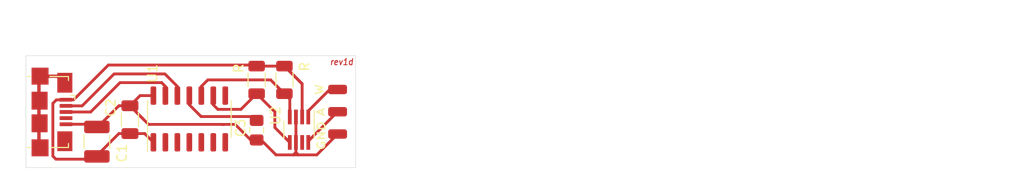
<source format=kicad_pcb>
(kicad_pcb (version 20171130) (host pcbnew "(5.1.10)-1")

  (general
    (thickness 1.6)
    (drawings 8)
    (tracks 92)
    (zones 0)
    (modules 11)
    (nets 20)
  )

  (page A4)
  (layers
    (0 F.Cu signal)
    (31 B.Cu signal)
    (32 B.Adhes user)
    (33 F.Adhes user)
    (34 B.Paste user)
    (35 F.Paste user)
    (36 B.SilkS user)
    (37 F.SilkS user)
    (38 B.Mask user)
    (39 F.Mask user hide)
    (40 Dwgs.User user)
    (41 Cmts.User user)
    (42 Eco1.User user)
    (43 Eco2.User user)
    (44 Edge.Cuts user)
    (45 Margin user)
    (46 B.CrtYd user)
    (47 F.CrtYd user)
    (48 B.Fab user)
    (49 F.Fab user)
  )

  (setup
    (last_trace_width 0.3)
    (user_trace_width 0.32)
    (user_trace_width 0.36)
    (trace_clearance 0.25)
    (zone_clearance 0.75)
    (zone_45_only no)
    (trace_min 0.2)
    (via_size 0.8)
    (via_drill 0.4)
    (via_min_size 0.4)
    (via_min_drill 0.3)
    (uvia_size 0.3)
    (uvia_drill 0.1)
    (uvias_allowed no)
    (uvia_min_size 0.2)
    (uvia_min_drill 0.1)
    (edge_width 0.05)
    (segment_width 0.2)
    (pcb_text_width 0.3)
    (pcb_text_size 1.5 1.5)
    (mod_edge_width 0.12)
    (mod_text_size 1 1)
    (mod_text_width 0.15)
    (pad_size 1 2)
    (pad_drill 0)
    (pad_to_mask_clearance 0)
    (aux_axis_origin 0 0)
    (visible_elements 7FFFFFFF)
    (pcbplotparams
      (layerselection 0x00000_7fffffff)
      (usegerberextensions false)
      (usegerberattributes true)
      (usegerberadvancedattributes true)
      (creategerberjobfile true)
      (excludeedgelayer false)
      (linewidth 0.100000)
      (plotframeref false)
      (viasonmask false)
      (mode 1)
      (useauxorigin false)
      (hpglpennumber 1)
      (hpglpenspeed 20)
      (hpglpendiameter 15.000000)
      (psnegative false)
      (psa4output false)
      (plotreference false)
      (plotvalue false)
      (plotinvisibletext false)
      (padsonsilk true)
      (subtractmaskfromsilk false)
      (outputformat 5)
      (mirror true)
      (drillshape 1)
      (scaleselection 1)
      (outputdirectory "./"))
  )

  (net 0 "")
  (net 1 "Net-(C3-Pad1)")
  (net 2 "Net-(J2-Pad1)")
  (net 3 "Net-(R3-Pad2)")
  (net 4 "Net-(R4-Pad2)")
  (net 5 "Net-(U1-Pad8)")
  (net 6 "Net-(U1-Pad7)")
  (net 7 "Net-(U1-Pad6)")
  (net 8 "Net-(U1-Pad5)")
  (net 9 "Net-(U1-Pad4)")
  (net 10 "Net-(U1-Pad3)")
  (net 11 "Net-(U1-Pad2)")
  (net 12 "Net-(U2-Pad7)")
  (net 13 "Net-(J1-Pad2)")
  (net 14 "Net-(J1-Pad3)")
  (net 15 GND)
  (net 16 +5V)
  (net 17 "Net-(J1-Pad6)")
  (net 18 "Net-(J1-Pad4)")
  (net 19 "Net-(J3-Pad1)")

  (net_class Default "This is the default net class."
    (clearance 0.25)
    (trace_width 0.3)
    (via_dia 0.8)
    (via_drill 0.4)
    (uvia_dia 0.3)
    (uvia_drill 0.1)
    (add_net +5V)
    (add_net GND)
    (add_net "Net-(C3-Pad1)")
    (add_net "Net-(J1-Pad2)")
    (add_net "Net-(J1-Pad3)")
    (add_net "Net-(J1-Pad4)")
    (add_net "Net-(J1-Pad6)")
    (add_net "Net-(J2-Pad1)")
    (add_net "Net-(J3-Pad1)")
    (add_net "Net-(R3-Pad2)")
    (add_net "Net-(R4-Pad2)")
    (add_net "Net-(U1-Pad2)")
    (add_net "Net-(U1-Pad3)")
    (add_net "Net-(U1-Pad4)")
    (add_net "Net-(U1-Pad5)")
    (add_net "Net-(U1-Pad6)")
    (add_net "Net-(U1-Pad7)")
    (add_net "Net-(U1-Pad8)")
    (add_net "Net-(U2-Pad7)")
  )

  (module 2221-5245:USB_Micro-B_Amphenol_10118192_Horizontal (layer F.Cu) (tedit 6181D781) (tstamp 6148697A)
    (at 39.2176 41.7322 270)
    (descr "USB Micro-B receptacle, horizontal, SMD, 10118194, https://cdn.amphenol-icc.com/media/wysiwyg/files/drawing/10118194.pdf")
    (tags "USB Micro B horizontal SMD")
    (path /613E51B0)
    (attr smd)
    (fp_text reference J1 (at -5.091866 -3.5 90) (layer F.SilkS) hide
      (effects (font (size 1 1) (thickness 0.15)))
    )
    (fp_text value USB-micro-B-8192 (at 0 4.75 90) (layer F.Fab)
      (effects (font (size 1 1) (thickness 0.15)))
    )
    (fp_line (start -2.65 -1.55) (end 3.65 -1.55) (layer F.Fab) (width 0.1))
    (fp_line (start 3.65 -1.55) (end 3.65 3.45) (layer F.Fab) (width 0.1))
    (fp_line (start 3.65 3.45) (end -3.65 3.45) (layer F.Fab) (width 0.1))
    (fp_line (start -3.65 3.45) (end -3.65 -0.55) (layer F.Fab) (width 0.1))
    (fp_line (start 3.76 0.32) (end 3.76 -1.66) (layer F.SilkS) (width 0.12))
    (fp_line (start 3.76 -1.66) (end 3.34 -1.66) (layer F.SilkS) (width 0.12))
    (fp_line (start 3.76 2.29) (end 3.76 2.69) (layer F.SilkS) (width 0.12))
    (fp_line (start -3.76 2.69) (end -3.76 2.29) (layer F.SilkS) (width 0.12))
    (fp_line (start -3.76 0.32) (end -3.76 -1.66) (layer F.SilkS) (width 0.12))
    (fp_line (start -3.76 -1.66) (end -3.34 -1.66) (layer F.SilkS) (width 0.12))
    (fp_line (start 3 2.75) (end -3 2.75) (layer Dwgs.User) (width 0.1))
    (fp_line (start -4.45 3.95) (end 4.45 3.95) (layer F.CrtYd) (width 0.05))
    (fp_line (start -4.45 -2.58) (end 4.45 -2.58) (layer F.CrtYd) (width 0.05))
    (fp_line (start -4.45 -2.58) (end -4.45 3.95) (layer F.CrtYd) (width 0.05))
    (fp_line (start 4.45 -2.58) (end 4.45 3.95) (layer F.CrtYd) (width 0.05))
    (fp_line (start -1.31 -2.34) (end -1.76 -2.34) (layer F.SilkS) (width 0.12))
    (fp_line (start -1.76 -1.89) (end -1.76 -2.34) (layer F.SilkS) (width 0.12))
    (fp_line (start -3.65 -0.55) (end -2.65 -1.55) (layer F.Fab) (width 0.1))
    (fp_text user %R (at 0 -0.05 90) (layer F.Fab)
      (effects (font (size 1 1) (thickness 0.15)))
    )
    (fp_text user "PCB Edge" (at 0 2.75 90) (layer Dwgs.User)
      (effects (font (size 0.5 0.5) (thickness 0.08)))
    )
    (pad 1 smd rect (at -1.3 -1.4 270) (size 0.4 1.35) (layers F.Cu F.Paste F.Mask)
      (net 16 +5V))
    (pad 2 smd rect (at -0.65 -1.4 270) (size 0.4 1.35) (layers F.Cu F.Paste F.Mask)
      (net 13 "Net-(J1-Pad2)"))
    (pad 3 smd rect (at 0 -1.4 270) (size 0.4 1.35) (layers F.Cu F.Paste F.Mask)
      (net 14 "Net-(J1-Pad3)"))
    (pad 4 smd rect (at 0.65 -1.4 270) (size 0.4 1.35) (layers F.Cu F.Paste)
      (net 18 "Net-(J1-Pad4)"))
    (pad 5 smd rect (at 1.3 -1.4 270) (size 0.4 1.35) (layers F.Cu F.Paste F.Mask)
      (net 15 GND))
    (pad 6 smd rect (at -1.2 1.4 270) (size 1.9 1.7) (layers F.Cu F.Paste F.Mask)
      (net 17 "Net-(J1-Pad6)"))
    (pad 6 smd rect (at 1.2 1.4 270) (size 1.9 1.7) (layers F.Cu F.Paste F.Mask)
      (net 17 "Net-(J1-Pad6)"))
    (pad 6 smd rect (at -3.8 1.35 270) (size 1.8 1.8) (layers F.Cu F.Paste F.Mask)
      (net 17 "Net-(J1-Pad6)"))
    (pad 6 smd rect (at 3.8 1.35 270) (size 1.8 1.8) (layers F.Cu F.Paste F.Mask)
      (net 17 "Net-(J1-Pad6)"))
    (pad 6 smd rect (at 3.1 -1.275 270) (size 2.1 1.6) (layers F.Cu F.Paste F.Mask)
      (net 17 "Net-(J1-Pad6)"))
    (pad 6 smd rect (at -3.1 -1.275 270) (size 2.1 1.6) (layers F.Cu F.Paste F.Mask)
      (net 17 "Net-(J1-Pad6)"))
    (model ${KISYS3DMOD}/Connector_USB.3dshapes/USB_Micro-B_Amphenol_10118194_Horizontal.wrl
      (at (xyz 0 0 0))
      (scale (xyz 1 1 1))
      (rotate (xyz 0 0 0))
    )
  )

  (module Capacitor_SMD:C_0805_2012Metric_Pad1.18x1.45mm_HandSolder (layer F.Cu) (tedit 5F68FEEF) (tstamp 613EAEE9)
    (at 60.833 43.6626 270)
    (descr "Capacitor SMD 0805 (2012 Metric), square (rectangular) end terminal, IPC_7351 nominal with elongated pad for handsoldering. (Body size source: IPC-SM-782 page 76, https://www.pcb-3d.com/wordpress/wp-content/uploads/ipc-sm-782a_amendment_1_and_2.pdf, https://docs.google.com/spreadsheets/d/1BsfQQcO9C6DZCsRaXUlFlo91Tg2WpOkGARC1WS5S8t0/edit?usp=sharing), generated with kicad-footprint-generator")
    (tags "capacitor handsolder")
    (path /61400C66)
    (attr smd)
    (fp_text reference C3 (at -0.2388 1.7018 90) (layer F.SilkS)
      (effects (font (size 1 1) (thickness 0.15)))
    )
    (fp_text value 0.33uF (at 2.5298 0.3556 180) (layer F.Fab)
      (effects (font (size 0.6 0.6) (thickness 0.1)))
    )
    (fp_line (start 1.88 0.98) (end -1.88 0.98) (layer F.CrtYd) (width 0.05))
    (fp_line (start 1.88 -0.98) (end 1.88 0.98) (layer F.CrtYd) (width 0.05))
    (fp_line (start -1.88 -0.98) (end 1.88 -0.98) (layer F.CrtYd) (width 0.05))
    (fp_line (start -1.88 0.98) (end -1.88 -0.98) (layer F.CrtYd) (width 0.05))
    (fp_line (start -0.261252 0.735) (end 0.261252 0.735) (layer F.SilkS) (width 0.12))
    (fp_line (start -0.261252 -0.735) (end 0.261252 -0.735) (layer F.SilkS) (width 0.12))
    (fp_line (start 1 0.625) (end -1 0.625) (layer F.Fab) (width 0.1))
    (fp_line (start 1 -0.625) (end 1 0.625) (layer F.Fab) (width 0.1))
    (fp_line (start -1 -0.625) (end 1 -0.625) (layer F.Fab) (width 0.1))
    (fp_line (start -1 0.625) (end -1 -0.625) (layer F.Fab) (width 0.1))
    (fp_text user %R (at 0 0 90) (layer F.Fab)
      (effects (font (size 0.8 0.8) (thickness 0.12)))
    )
    (pad 2 smd roundrect (at 1.0375 0 270) (size 1.175 1.45) (layers F.Cu F.Paste F.Mask) (roundrect_rratio 0.212766)
      (net 15 GND))
    (pad 1 smd roundrect (at -1.0375 0 270) (size 1.175 1.45) (layers F.Cu F.Paste F.Mask) (roundrect_rratio 0.212766)
      (net 1 "Net-(C3-Pad1)"))
    (model ${KISYS3DMOD}/Capacitor_SMD.3dshapes/C_0805_2012Metric.wrl
      (at (xyz 0 0 0))
      (scale (xyz 1 1 1))
      (rotate (xyz 0 0 0))
    )
  )

  (module Capacitor_SMD:C_1210_3225Metric_Pad1.33x2.70mm_HandSolder (layer F.Cu) (tedit 5F68FEEF) (tstamp 6142F145)
    (at 43.8912 44.88 90)
    (descr "Capacitor SMD 1210 (3225 Metric), square (rectangular) end terminal, IPC_7351 nominal with elongated pad for handsoldering. (Body size source: IPC-SM-782 page 76, https://www.pcb-3d.com/wordpress/wp-content/uploads/ipc-sm-782a_amendment_1_and_2.pdf), generated with kicad-footprint-generator")
    (tags "capacitor handsolder")
    (path /61403F88)
    (attr smd)
    (fp_text reference C1 (at -1.221 2.667 90) (layer F.SilkS)
      (effects (font (size 1 1) (thickness 0.15)))
    )
    (fp_text value 10uF (at -3.2022 0.0508 180) (layer F.Fab)
      (effects (font (size 0.6 0.6) (thickness 0.1)))
    )
    (fp_line (start 2.48 1.6) (end -2.48 1.6) (layer F.CrtYd) (width 0.05))
    (fp_line (start 2.48 -1.6) (end 2.48 1.6) (layer F.CrtYd) (width 0.05))
    (fp_line (start -2.48 -1.6) (end 2.48 -1.6) (layer F.CrtYd) (width 0.05))
    (fp_line (start -2.48 1.6) (end -2.48 -1.6) (layer F.CrtYd) (width 0.05))
    (fp_line (start -0.711252 1.36) (end 0.711252 1.36) (layer F.SilkS) (width 0.12))
    (fp_line (start -0.711252 -1.36) (end 0.711252 -1.36) (layer F.SilkS) (width 0.12))
    (fp_line (start 1.6 1.25) (end -1.6 1.25) (layer F.Fab) (width 0.1))
    (fp_line (start 1.6 -1.25) (end 1.6 1.25) (layer F.Fab) (width 0.1))
    (fp_line (start -1.6 -1.25) (end 1.6 -1.25) (layer F.Fab) (width 0.1))
    (fp_line (start -1.6 1.25) (end -1.6 -1.25) (layer F.Fab) (width 0.1))
    (fp_text user %R (at 0 0 90) (layer F.Fab)
      (effects (font (size 0.88 0.88) (thickness 0.13)))
    )
    (pad 2 smd roundrect (at 1.5625 0 90) (size 1.325 2.7) (layers F.Cu F.Paste F.Mask) (roundrect_rratio 0.188679)
      (net 15 GND))
    (pad 1 smd roundrect (at -1.5625 0 90) (size 1.325 2.7) (layers F.Cu F.Paste F.Mask) (roundrect_rratio 0.188679)
      (net 16 +5V))
    (model ${KISYS3DMOD}/Capacitor_SMD.3dshapes/C_1210_3225Metric.wrl
      (at (xyz 0 0 0))
      (scale (xyz 1 1 1))
      (rotate (xyz 0 0 0))
    )
  )

  (module Connector_Wire:SolderWirePad_1x01_SMD_1x2mm (layer F.Cu) (tedit 61829EE0) (tstamp 6148788B)
    (at 69.4182 44.069 90)
    (descr "Wire Pad, Square, SMD Pad,  5mm x 10mm,")
    (tags "MesurementPoint Square SMDPad 5mmx10mm ")
    (path /6143CD41)
    (attr virtual)
    (fp_text reference GND (at -0.1778 -1.7272 90) (layer F.SilkS)
      (effects (font (size 0.8 1) (thickness 0.15)))
    )
    (fp_text value GND (at 0 2.54 90) (layer F.Fab)
      (effects (font (size 1 1) (thickness 0.15)))
    )
    (fp_line (start 0.63 -1.27) (end -0.63 -1.27) (layer F.CrtYd) (width 0.05))
    (fp_line (start 0.63 1.27) (end 0.63 -1.27) (layer F.CrtYd) (width 0.05))
    (fp_line (start -0.63 1.27) (end 0.63 1.27) (layer F.CrtYd) (width 0.05))
    (fp_line (start -0.63 -1.27) (end -0.63 1.27) (layer F.CrtYd) (width 0.05))
    (fp_line (start -0.63 -1.27) (end 0.63 -1.27) (layer F.Fab) (width 0.1))
    (fp_line (start 0.63 -1.27) (end 0.63 1.27) (layer F.Fab) (width 0.1))
    (fp_line (start 0.63 1.27) (end -0.63 1.27) (layer F.Fab) (width 0.1))
    (fp_line (start -0.63 1.27) (end -0.63 -1.27) (layer F.Fab) (width 0.1))
    (fp_text user %R (at 0 0 90) (layer F.Fab)
      (effects (font (size 1 1) (thickness 0.15)))
    )
    (pad 1 smd roundrect (at 0 0 90) (size 1 2) (layers F.Cu F.Mask) (roundrect_rratio 0.25)
      (net 15 GND))
  )

  (module Connector_Wire:SolderWirePad_1x01_SMD_1x2mm (layer F.Cu) (tedit 61829EC7) (tstamp 6148501A)
    (at 69.4182 39.3468 90)
    (descr "Wire Pad, Square, SMD Pad,  5mm x 10mm,")
    (tags "MesurementPoint Square SMDPad 5mmx10mm ")
    (path /6143CD41)
    (attr virtual)
    (fp_text reference W (at 0.0022 -1.905 90) (layer F.SilkS)
      (effects (font (size 0.8 1) (thickness 0.15)))
    )
    (fp_text value W (at 0 2.54 90) (layer F.Fab)
      (effects (font (size 1 1) (thickness 0.15)))
    )
    (fp_line (start 0.63 -1.27) (end -0.63 -1.27) (layer F.CrtYd) (width 0.05))
    (fp_line (start 0.63 1.27) (end 0.63 -1.27) (layer F.CrtYd) (width 0.05))
    (fp_line (start -0.63 1.27) (end 0.63 1.27) (layer F.CrtYd) (width 0.05))
    (fp_line (start -0.63 -1.27) (end -0.63 1.27) (layer F.CrtYd) (width 0.05))
    (fp_line (start -0.63 -1.27) (end 0.63 -1.27) (layer F.Fab) (width 0.1))
    (fp_line (start 0.63 -1.27) (end 0.63 1.27) (layer F.Fab) (width 0.1))
    (fp_line (start 0.63 1.27) (end -0.63 1.27) (layer F.Fab) (width 0.1))
    (fp_line (start -0.63 1.27) (end -0.63 -1.27) (layer F.Fab) (width 0.1))
    (fp_text user %R (at 0 0 90) (layer F.Fab)
      (effects (font (size 1 1) (thickness 0.15)))
    )
    (pad 1 smd roundrect (at 0 0 90) (size 1 2) (layers F.Cu F.Mask) (roundrect_rratio 0.25)
      (net 19 "Net-(J3-Pad1)"))
  )

  (module Connector_Wire:SolderWirePad_1x01_SMD_1x2mm (layer F.Cu) (tedit 61829ED9) (tstamp 6148500C)
    (at 69.4182 41.7068 90)
    (descr "Wire Pad, Square, SMD Pad,  5mm x 10mm,")
    (tags "MesurementPoint Square SMDPad 5mmx10mm ")
    (path /6143C70E)
    (attr virtual)
    (fp_text reference A (at -0.0254 -1.778 90) (layer F.SilkS)
      (effects (font (size 0.8 1) (thickness 0.15)))
    )
    (fp_text value A (at 0 2.54 90) (layer F.Fab)
      (effects (font (size 1 1) (thickness 0.15)))
    )
    (fp_line (start 0.63 -1.27) (end -0.63 -1.27) (layer F.CrtYd) (width 0.05))
    (fp_line (start 0.63 1.27) (end 0.63 -1.27) (layer F.CrtYd) (width 0.05))
    (fp_line (start -0.63 1.27) (end 0.63 1.27) (layer F.CrtYd) (width 0.05))
    (fp_line (start -0.63 -1.27) (end -0.63 1.27) (layer F.CrtYd) (width 0.05))
    (fp_line (start -0.63 -1.27) (end 0.63 -1.27) (layer F.Fab) (width 0.1))
    (fp_line (start 0.63 -1.27) (end 0.63 1.27) (layer F.Fab) (width 0.1))
    (fp_line (start 0.63 1.27) (end -0.63 1.27) (layer F.Fab) (width 0.1))
    (fp_line (start -0.63 1.27) (end -0.63 -1.27) (layer F.Fab) (width 0.1))
    (fp_text user %R (at 0 0 90) (layer F.Fab)
      (effects (font (size 1 1) (thickness 0.15)))
    )
    (pad 1 smd roundrect (at -0.0011 0 90) (size 1 2) (layers F.Cu F.Mask) (roundrect_rratio 0.25)
      (net 2 "Net-(J2-Pad1)"))
  )

  (module Capacitor_SMD:C_1206_3216Metric (layer F.Cu) (tedit 5F68FEEE) (tstamp 613EAED8)
    (at 47.3964 42.545 90)
    (descr "Capacitor SMD 1206 (3216 Metric), square (rectangular) end terminal, IPC_7351 nominal, (Body size source: IPC-SM-782 page 76, https://www.pcb-3d.com/wordpress/wp-content/uploads/ipc-sm-782a_amendment_1_and_2.pdf), generated with kicad-footprint-generator")
    (tags capacitor)
    (path /613F5899)
    (attr smd)
    (fp_text reference C2 (at 1.27 -2.032 90) (layer F.SilkS)
      (effects (font (size 1 1) (thickness 0.15)))
    )
    (fp_text value 0.1uF (at 2.8212 -0.3048 180) (layer F.Fab)
      (effects (font (size 0.6 0.6) (thickness 0.1)))
    )
    (fp_line (start 2.3 1.15) (end -2.3 1.15) (layer F.CrtYd) (width 0.05))
    (fp_line (start 2.3 -1.15) (end 2.3 1.15) (layer F.CrtYd) (width 0.05))
    (fp_line (start -2.3 -1.15) (end 2.3 -1.15) (layer F.CrtYd) (width 0.05))
    (fp_line (start -2.3 1.15) (end -2.3 -1.15) (layer F.CrtYd) (width 0.05))
    (fp_line (start -0.711252 0.91) (end 0.711252 0.91) (layer F.SilkS) (width 0.12))
    (fp_line (start -0.711252 -0.91) (end 0.711252 -0.91) (layer F.SilkS) (width 0.12))
    (fp_line (start 1.6 0.8) (end -1.6 0.8) (layer F.Fab) (width 0.1))
    (fp_line (start 1.6 -0.8) (end 1.6 0.8) (layer F.Fab) (width 0.1))
    (fp_line (start -1.6 -0.8) (end 1.6 -0.8) (layer F.Fab) (width 0.1))
    (fp_line (start -1.6 0.8) (end -1.6 -0.8) (layer F.Fab) (width 0.1))
    (fp_text user %R (at 0 0 90) (layer F.Fab)
      (effects (font (size 0.8 0.8) (thickness 0.12)))
    )
    (pad 2 smd roundrect (at 1.475 0 90) (size 1.15 1.8) (layers F.Cu F.Paste F.Mask) (roundrect_rratio 0.2173904347826087)
      (net 15 GND))
    (pad 1 smd roundrect (at -1.475 0 90) (size 1.15 1.8) (layers F.Cu F.Paste F.Mask) (roundrect_rratio 0.2173904347826087)
      (net 16 +5V))
    (model ${KISYS3DMOD}/Capacitor_SMD.3dshapes/C_1206_3216Metric.wrl
      (at (xyz 0 0 0))
      (scale (xyz 1 1 1))
      (rotate (xyz 0 0 0))
    )
  )

  (module Resistor_SMD:R_1206_3216Metric (layer F.Cu) (tedit 5F68FEEE) (tstamp 613EAF3C)
    (at 60.833 38.3286 270)
    (descr "Resistor SMD 1206 (3216 Metric), square (rectangular) end terminal, IPC_7351 nominal, (Body size source: IPC-SM-782 page 72, https://www.pcb-3d.com/wordpress/wp-content/uploads/ipc-sm-782a_amendment_1_and_2.pdf), generated with kicad-footprint-generator")
    (tags resistor)
    (path /613FDECA)
    (attr smd)
    (fp_text reference R (at -1.2192 1.905 90) (layer F.SilkS)
      (effects (font (size 1 1) (thickness 0.15)))
    )
    (fp_text value 3.3k (at -3.2258 -0.1524) (layer F.Fab)
      (effects (font (size 0.6 0.6) (thickness 0.1)))
    )
    (fp_line (start 2.28 1.12) (end -2.28 1.12) (layer F.CrtYd) (width 0.05))
    (fp_line (start 2.28 -1.12) (end 2.28 1.12) (layer F.CrtYd) (width 0.05))
    (fp_line (start -2.28 -1.12) (end 2.28 -1.12) (layer F.CrtYd) (width 0.05))
    (fp_line (start -2.28 1.12) (end -2.28 -1.12) (layer F.CrtYd) (width 0.05))
    (fp_line (start -0.727064 0.91) (end 0.727064 0.91) (layer F.SilkS) (width 0.12))
    (fp_line (start -0.727064 -0.91) (end 0.727064 -0.91) (layer F.SilkS) (width 0.12))
    (fp_line (start 1.6 0.8) (end -1.6 0.8) (layer F.Fab) (width 0.1))
    (fp_line (start 1.6 -0.8) (end 1.6 0.8) (layer F.Fab) (width 0.1))
    (fp_line (start -1.6 -0.8) (end 1.6 -0.8) (layer F.Fab) (width 0.1))
    (fp_line (start -1.6 0.8) (end -1.6 -0.8) (layer F.Fab) (width 0.1))
    (fp_text user %R (at 0 0 90) (layer F.Fab)
      (effects (font (size 0.8 0.8) (thickness 0.12)))
    )
    (pad 2 smd roundrect (at 1.4625 0 270) (size 1.125 1.75) (layers F.Cu F.Paste F.Mask) (roundrect_rratio 0.2222195555555556)
      (net 3 "Net-(R3-Pad2)"))
    (pad 1 smd roundrect (at -1.4625 0 270) (size 1.125 1.75) (layers F.Cu F.Paste F.Mask) (roundrect_rratio 0.2222195555555556)
      (net 16 +5V))
    (model ${KISYS3DMOD}/Resistor_SMD.3dshapes/R_1206_3216Metric.wrl
      (at (xyz 0 0 0))
      (scale (xyz 1 1 1))
      (rotate (xyz 0 0 0))
    )
  )

  (module Resistor_SMD:R_1206_3216Metric (layer F.Cu) (tedit 5F68FEEE) (tstamp 613EAF4D)
    (at 63.7794 38.3286 270)
    (descr "Resistor SMD 1206 (3216 Metric), square (rectangular) end terminal, IPC_7351 nominal, (Body size source: IPC-SM-782 page 72, https://www.pcb-3d.com/wordpress/wp-content/uploads/ipc-sm-782a_amendment_1_and_2.pdf), generated with kicad-footprint-generator")
    (tags resistor)
    (path /613FECAB)
    (attr smd)
    (fp_text reference R (at -1.397 -2.1336 90) (layer F.SilkS)
      (effects (font (size 1 1) (thickness 0.15)))
    )
    (fp_text value 3.3k (at -3.2258 -0.0508) (layer F.Fab)
      (effects (font (size 0.6 0.6) (thickness 0.1)))
    )
    (fp_line (start 2.28 1.12) (end -2.28 1.12) (layer F.CrtYd) (width 0.05))
    (fp_line (start 2.28 -1.12) (end 2.28 1.12) (layer F.CrtYd) (width 0.05))
    (fp_line (start -2.28 -1.12) (end 2.28 -1.12) (layer F.CrtYd) (width 0.05))
    (fp_line (start -2.28 1.12) (end -2.28 -1.12) (layer F.CrtYd) (width 0.05))
    (fp_line (start -0.727064 0.91) (end 0.727064 0.91) (layer F.SilkS) (width 0.12))
    (fp_line (start -0.727064 -0.91) (end 0.727064 -0.91) (layer F.SilkS) (width 0.12))
    (fp_line (start 1.6 0.8) (end -1.6 0.8) (layer F.Fab) (width 0.1))
    (fp_line (start 1.6 -0.8) (end 1.6 0.8) (layer F.Fab) (width 0.1))
    (fp_line (start -1.6 -0.8) (end 1.6 -0.8) (layer F.Fab) (width 0.1))
    (fp_line (start -1.6 0.8) (end -1.6 -0.8) (layer F.Fab) (width 0.1))
    (fp_text user %R (at 0 0 90) (layer F.Fab)
      (effects (font (size 0.8 0.8) (thickness 0.12)))
    )
    (pad 2 smd roundrect (at 1.4625 0 270) (size 1.125 1.75) (layers F.Cu F.Paste F.Mask) (roundrect_rratio 0.2222195555555556)
      (net 4 "Net-(R4-Pad2)"))
    (pad 1 smd roundrect (at -1.4625 0 270) (size 1.125 1.75) (layers F.Cu F.Paste F.Mask) (roundrect_rratio 0.2222195555555556)
      (net 16 +5V))
    (model ${KISYS3DMOD}/Resistor_SMD.3dshapes/R_1206_3216Metric.wrl
      (at (xyz 0 0 0))
      (scale (xyz 1 1 1))
      (rotate (xyz 0 0 0))
    )
  )

  (module Package_SO:SOIC-14_3.9x8.7mm_P1.27mm (layer F.Cu) (tedit 5D9F72B1) (tstamp 613EAF6D)
    (at 53.6956 42.4688 90)
    (descr "SOIC, 14 Pin (JEDEC MS-012AB, https://www.analog.com/media/en/package-pcb-resources/package/pkg_pdf/soic_narrow-r/r_14.pdf), generated with kicad-footprint-generator ipc_gullwing_generator.py")
    (tags "SOIC SO")
    (path /613E494B)
    (attr smd)
    (fp_text reference U1 (at 4.826 -3.9116 90) (layer F.SilkS)
      (effects (font (size 1 1) (thickness 0.15)))
    )
    (fp_text value MCP2221AxSL (at -4.4958 -0.0508 180) (layer F.Fab)
      (effects (font (size 0.6 0.6) (thickness 0.11)))
    )
    (fp_line (start 3.7 -4.58) (end -3.7 -4.58) (layer F.CrtYd) (width 0.05))
    (fp_line (start 3.7 4.58) (end 3.7 -4.58) (layer F.CrtYd) (width 0.05))
    (fp_line (start -3.7 4.58) (end 3.7 4.58) (layer F.CrtYd) (width 0.05))
    (fp_line (start -3.7 -4.58) (end -3.7 4.58) (layer F.CrtYd) (width 0.05))
    (fp_line (start -1.95 -3.35) (end -0.975 -4.325) (layer F.Fab) (width 0.1))
    (fp_line (start -1.95 4.325) (end -1.95 -3.35) (layer F.Fab) (width 0.1))
    (fp_line (start 1.95 4.325) (end -1.95 4.325) (layer F.Fab) (width 0.1))
    (fp_line (start 1.95 -4.325) (end 1.95 4.325) (layer F.Fab) (width 0.1))
    (fp_line (start -0.975 -4.325) (end 1.95 -4.325) (layer F.Fab) (width 0.1))
    (fp_line (start 0 -4.435) (end -3.45 -4.435) (layer F.SilkS) (width 0.12))
    (fp_line (start 0 -4.435) (end 1.95 -4.435) (layer F.SilkS) (width 0.12))
    (fp_line (start 0 4.435) (end -1.95 4.435) (layer F.SilkS) (width 0.12))
    (fp_line (start 0 4.435) (end 1.95 4.435) (layer F.SilkS) (width 0.12))
    (fp_text user %R (at 0 0 90) (layer F.Fab)
      (effects (font (size 0.98 0.98) (thickness 0.15)))
    )
    (pad 14 smd roundrect (at 2.475 -3.81 90) (size 1.95 0.6) (layers F.Cu F.Paste F.Mask) (roundrect_rratio 0.25)
      (net 15 GND))
    (pad 13 smd roundrect (at 2.475 -2.54 90) (size 1.95 0.6) (layers F.Cu F.Paste F.Mask) (roundrect_rratio 0.25)
      (net 14 "Net-(J1-Pad3)"))
    (pad 12 smd roundrect (at 2.475 -1.27 90) (size 1.95 0.6) (layers F.Cu F.Paste F.Mask) (roundrect_rratio 0.25)
      (net 13 "Net-(J1-Pad2)"))
    (pad 11 smd roundrect (at 2.475 0 90) (size 1.95 0.6) (layers F.Cu F.Paste F.Mask) (roundrect_rratio 0.25)
      (net 1 "Net-(C3-Pad1)"))
    (pad 10 smd roundrect (at 2.475 1.27 90) (size 1.95 0.6) (layers F.Cu F.Paste F.Mask) (roundrect_rratio 0.25)
      (net 4 "Net-(R4-Pad2)"))
    (pad 9 smd roundrect (at 2.475 2.54 90) (size 1.95 0.6) (layers F.Cu F.Paste F.Mask) (roundrect_rratio 0.25)
      (net 3 "Net-(R3-Pad2)"))
    (pad 8 smd roundrect (at 2.475 3.81 90) (size 1.95 0.6) (layers F.Cu F.Paste F.Mask) (roundrect_rratio 0.25)
      (net 5 "Net-(U1-Pad8)"))
    (pad 7 smd roundrect (at -2.475 3.81 90) (size 1.95 0.6) (layers F.Cu F.Paste F.Mask) (roundrect_rratio 0.25)
      (net 6 "Net-(U1-Pad7)"))
    (pad 6 smd roundrect (at -2.475 2.54 90) (size 1.95 0.6) (layers F.Cu F.Paste F.Mask) (roundrect_rratio 0.25)
      (net 7 "Net-(U1-Pad6)"))
    (pad 5 smd roundrect (at -2.475 1.27 90) (size 1.95 0.6) (layers F.Cu F.Paste F.Mask) (roundrect_rratio 0.25)
      (net 8 "Net-(U1-Pad5)"))
    (pad 4 smd roundrect (at -2.475 0 90) (size 1.95 0.6) (layers F.Cu F.Paste F.Mask) (roundrect_rratio 0.25)
      (net 9 "Net-(U1-Pad4)"))
    (pad 3 smd roundrect (at -2.475 -1.27 90) (size 1.95 0.6) (layers F.Cu F.Paste F.Mask) (roundrect_rratio 0.25)
      (net 10 "Net-(U1-Pad3)"))
    (pad 2 smd roundrect (at -2.475 -2.54 90) (size 1.95 0.6) (layers F.Cu F.Paste F.Mask) (roundrect_rratio 0.25)
      (net 11 "Net-(U1-Pad2)"))
    (pad 1 smd roundrect (at -2.475 -3.81 90) (size 1.95 0.6) (layers F.Cu F.Paste F.Mask) (roundrect_rratio 0.25)
      (net 16 +5V))
    (model ${KISYS3DMOD}/Package_SO.3dshapes/SOIC-14_3.9x8.7mm_P1.27mm.wrl
      (at (xyz 0 0 0))
      (scale (xyz 1 1 1))
      (rotate (xyz 0 0 0))
    )
  )

  (module Package_TO_SOT_SMD:SOT-23-8_Handsoldering (layer F.Cu) (tedit 5A0AB76C) (tstamp 613EAF85)
    (at 65.3288 43.6118 270)
    (descr "8-pin SOT-23 package, Handsoldering, http://www.analog.com/media/en/package-pcb-resources/package/pkg_pdf/sot-23rj/rj_8.pdf")
    (tags "SOT-23-8 Handsoldering")
    (path /613EC071)
    (attr smd)
    (fp_text reference U2 (at -1.4986 2.4892 90) (layer F.SilkS)
      (effects (font (size 1 1) (thickness 0.15)))
    )
    (fp_text value AD5245 (at 3.0988 -1.4732) (layer F.Fab)
      (effects (font (size 0.6 0.6) (thickness 0.11)))
    )
    (fp_line (start 0.9 -1.55) (end 0.9 1.55) (layer F.Fab) (width 0.1))
    (fp_line (start 0.9 1.55) (end -0.9 1.55) (layer F.Fab) (width 0.1))
    (fp_line (start -0.9 -0.9) (end -0.9 1.55) (layer F.Fab) (width 0.1))
    (fp_line (start 0.9 -1.55) (end -0.25 -1.55) (layer F.Fab) (width 0.1))
    (fp_line (start -0.9 -0.9) (end -0.25 -1.55) (layer F.Fab) (width 0.1))
    (fp_line (start -2.4 -1.8) (end 2.4 -1.8) (layer F.CrtYd) (width 0.05))
    (fp_line (start 2.4 -1.8) (end 2.4 1.8) (layer F.CrtYd) (width 0.05))
    (fp_line (start 2.4 1.8) (end -2.4 1.8) (layer F.CrtYd) (width 0.05))
    (fp_line (start -2.4 1.8) (end -2.4 -1.8) (layer F.CrtYd) (width 0.05))
    (fp_line (start 0.9 -1.61) (end -2.05 -1.61) (layer F.SilkS) (width 0.12))
    (fp_line (start -0.9 1.61) (end 0.9 1.61) (layer F.SilkS) (width 0.12))
    (fp_text user %R (at 0 0) (layer F.Fab)
      (effects (font (size 0.5 0.5) (thickness 0.075)))
    )
    (pad 8 smd rect (at 1.35 -0.98 270) (size 1.56 0.4) (layers F.Cu F.Paste F.Mask)
      (net 2 "Net-(J2-Pad1)"))
    (pad 7 smd rect (at 1.35 -0.33 270) (size 1.56 0.4) (layers F.Cu F.Paste F.Mask)
      (net 12 "Net-(U2-Pad7)"))
    (pad 6 smd rect (at 1.35 0.33 270) (size 1.56 0.4) (layers F.Cu F.Paste F.Mask)
      (net 15 GND))
    (pad 5 smd rect (at 1.35 0.98 270) (size 1.56 0.4) (layers F.Cu F.Paste F.Mask)
      (net 3 "Net-(R3-Pad2)"))
    (pad 4 smd rect (at -1.35 0.98 270) (size 1.56 0.4) (layers F.Cu F.Paste F.Mask)
      (net 4 "Net-(R4-Pad2)"))
    (pad 3 smd rect (at -1.35 0.33 270) (size 1.56 0.4) (layers F.Cu F.Paste F.Mask)
      (net 15 GND))
    (pad 2 smd rect (at -1.35 -0.33 270) (size 1.56 0.4) (layers F.Cu F.Paste F.Mask)
      (net 16 +5V))
    (pad 1 smd rect (at -1.35 -0.98 270) (size 1.56 0.4) (layers F.Cu F.Paste F.Mask)
      (net 19 "Net-(J3-Pad1)"))
    (model ${KISYS3DMOD}/Package_TO_SOT_SMD.3dshapes/SOT-23-8.wrl
      (at (xyz 0 0 0))
      (scale (xyz 1 1 1))
      (rotate (xyz 0 0 0))
    )
  )

  (gr_text "Single-sided version\n1b - first batch to be fabricated\n1c - fixed solder mask on USB connector\n1d - increased cap footprints, small changes to usb connector" (at 82.7786 33.8074) (layer Dwgs.User)
    (effects (font (size 1.2 1.2) (thickness 0.2)) (justify left))
  )
  (dimension 11.8618 (width 0.15) (layer Dwgs.User)
    (gr_text "11,862 mm" (at 77.361927 41.6941 90) (layer Dwgs.User)
      (effects (font (size 1 1) (thickness 0.15)))
    )
    (feature1 (pts (xy 71.3232 35.7632) (xy 76.648348 35.7632)))
    (feature2 (pts (xy 71.3232 47.625) (xy 76.648348 47.625)))
    (crossbar (pts (xy 76.061927 47.625) (xy 76.061927 35.7632)))
    (arrow1a (pts (xy 76.061927 35.7632) (xy 76.648348 36.889704)))
    (arrow1b (pts (xy 76.061927 35.7632) (xy 75.475506 36.889704)))
    (arrow2a (pts (xy 76.061927 47.625) (xy 76.648348 46.498496)))
    (arrow2b (pts (xy 76.061927 47.625) (xy 75.475506 46.498496)))
  )
  (gr_line (start 71.3232 47.625) (end 71.3232 35.7632) (layer Edge.Cuts) (width 0.05))
  (gr_text rev1d (at 71.1454 36.4236) (layer F.Cu)
    (effects (font (size 0.65 0.6) (thickness 0.1) italic) (justify right))
  )
  (gr_line (start 36.3728 47.625) (end 71.3232 47.625) (layer Edge.Cuts) (width 0.05) (tstamp 61424035))
  (gr_line (start 36.3728 35.7632) (end 71.3232 35.7632) (layer Edge.Cuts) (width 0.05) (tstamp 61423C20))
  (dimension 34.9504 (width 0.15) (layer Dwgs.User)
    (gr_text "34,950 mm" (at 53.848 30.6532) (layer Dwgs.User)
      (effects (font (size 1 1) (thickness 0.15)))
    )
    (feature1 (pts (xy 71.3232 35.7632) (xy 71.3232 31.366779)))
    (feature2 (pts (xy 36.3728 35.7632) (xy 36.3728 31.366779)))
    (crossbar (pts (xy 36.3728 31.9532) (xy 71.3232 31.9532)))
    (arrow1a (pts (xy 71.3232 31.9532) (xy 70.196696 32.539621)))
    (arrow1b (pts (xy 71.3232 31.9532) (xy 70.196696 31.366779)))
    (arrow2a (pts (xy 36.3728 31.9532) (xy 37.499304 32.539621)))
    (arrow2b (pts (xy 36.3728 31.9532) (xy 37.499304 31.366779)))
  )
  (gr_line (start 36.3728 35.7632) (end 36.3728 47.625) (layer Edge.Cuts) (width 0.05))

  (segment (start 53.6956 40.370568) (end 53.6956 39.9938) (width 0.25) (layer F.Cu) (net 1) (status 30))
  (segment (start 53.6956 39.9938) (end 53.6956 40.7924) (width 0.355) (layer F.Cu) (net 1) (status 30))
  (segment (start 53.6956 40.9688) (end 54.9416 42.2148) (width 0.3) (layer F.Cu) (net 1))
  (segment (start 53.6956 39.9938) (end 53.6956 40.9688) (width 0.3) (layer F.Cu) (net 1) (status 10))
  (segment (start 60.5497 42.2148) (end 60.833 42.4981) (width 0.3) (layer F.Cu) (net 1) (status 30))
  (segment (start 54.9416 42.2148) (end 60.5497 42.2148) (width 0.3) (layer F.Cu) (net 1) (status 20))
  (segment (start 66.3088 44.9618) (end 66.3088 44.9178) (width 0.3) (layer F.Cu) (net 2) (status 30))
  (segment (start 66.3088 44.9618) (end 66.3088 44.922) (width 0.3) (layer F.Cu) (net 2) (status 30))
  (segment (start 66.3088 44.8173) (end 69.4182 41.7079) (width 0.3) (layer F.Cu) (net 2) (status 30))
  (segment (start 66.3088 44.9618) (end 66.3088 44.8173) (width 0.3) (layer F.Cu) (net 2) (status 30))
  (segment (start 56.2356 39.9938) (end 56.2356 40.9688) (width 0.3) (layer F.Cu) (net 3) (status 10))
  (segment (start 60.833 39.7911) (end 62.7634 41.7215) (width 0.3) (layer F.Cu) (net 3) (status 10))
  (segment (start 59.1713 41.4528) (end 60.833 39.7911) (width 0.3) (layer F.Cu) (net 3) (status 20))
  (segment (start 56.7196 41.4528) (end 59.1713 41.4528) (width 0.3) (layer F.Cu) (net 3))
  (segment (start 56.2356 40.9688) (end 56.7196 41.4528) (width 0.3) (layer F.Cu) (net 3))
  (segment (start 62.7634 43.3764) (end 62.7634 41.7215) (width 0.3) (layer F.Cu) (net 3))
  (segment (start 64.3488 44.9618) (end 62.7634 43.3764) (width 0.3) (layer F.Cu) (net 3) (status 10))
  (segment (start 54.9656 39.9938) (end 54.9656 39.503898) (width 0.355) (layer F.Cu) (net 4) (status 30))
  (segment (start 54.9656 39.9938) (end 54.9656 39.0188) (width 0.3) (layer F.Cu) (net 4) (status 30))
  (segment (start 54.9656 39.0188) (end 55.6558 38.3286) (width 0.3) (layer F.Cu) (net 4) (status 10))
  (segment (start 62.3169 38.3286) (end 63.7794 39.7911) (width 0.3) (layer F.Cu) (net 4) (status 20))
  (segment (start 55.6558 38.3286) (end 62.3169 38.3286) (width 0.3) (layer F.Cu) (net 4))
  (segment (start 64.3488 40.3605) (end 63.7794 39.7911) (width 0.3) (layer F.Cu) (net 4) (status 20))
  (segment (start 64.3488 42.2618) (end 64.3488 40.3605) (width 0.3) (layer F.Cu) (net 4) (status 10))
  (segment (start 52.4256 39.2176) (end 52.4256 39.9938) (width 0.3) (layer F.Cu) (net 13) (status 30))
  (segment (start 51.1004 37.6936) (end 52.4256 39.0188) (width 0.3) (layer F.Cu) (net 13))
  (segment (start 45.72 37.6936) (end 51.1004 37.6936) (width 0.3) (layer F.Cu) (net 13))
  (segment (start 42.3314 41.0822) (end 45.72 37.6936) (width 0.3) (layer F.Cu) (net 13))
  (segment (start 52.4256 39.0188) (end 52.4256 39.9938) (width 0.3) (layer F.Cu) (net 13))
  (segment (start 40.6176 41.0822) (end 42.3314 41.0822) (width 0.3) (layer F.Cu) (net 13))
  (segment (start 50.75559 38.61879) (end 51.1556 39.0188) (width 0.3) (layer F.Cu) (net 14) (status 20))
  (segment (start 46.34421 38.61879) (end 50.75559 38.61879) (width 0.3) (layer F.Cu) (net 14))
  (segment (start 51.1556 39.0188) (end 51.1556 39.9938) (width 0.3) (layer F.Cu) (net 14) (status 30))
  (segment (start 40.6908 41.7322) (end 40.702666 41.744066) (width 0.3) (layer F.Cu) (net 14))
  (segment (start 40.6176 41.7322) (end 40.6908 41.7322) (width 0.3) (layer F.Cu) (net 14))
  (segment (start 43.2308 41.7322) (end 46.34421 38.61879) (width 0.3) (layer F.Cu) (net 14))
  (segment (start 40.6176 41.7322) (end 43.2308 41.7322) (width 0.3) (layer F.Cu) (net 14))
  (segment (start 49.8856 40.484) (end 49.8856 39.9938) (width 0.32) (layer F.Cu) (net 15) (status 30))
  (segment (start 64.9988 46.011802) (end 64.9988 44.9618) (width 0.3) (layer F.Cu) (net 15) (status 20))
  (segment (start 64.731802 46.2788) (end 64.9988 46.011802) (width 0.3) (layer F.Cu) (net 15))
  (segment (start 64.9988 44.9618) (end 64.9988 42.2618) (width 0.3) (layer F.Cu) (net 15) (status 30))
  (segment (start 48.4726 39.9938) (end 47.3964 41.07) (width 0.3) (layer F.Cu) (net 15) (status 20))
  (segment (start 49.8856 39.9938) (end 48.4726 39.9938) (width 0.3) (layer F.Cu) (net 15) (status 10))
  (segment (start 46.2262 41.07) (end 47.3964 41.07) (width 0.3) (layer F.Cu) (net 15) (status 20))
  (segment (start 43.8912 43.405) (end 46.2262 41.07) (width 0.3) (layer F.Cu) (net 15) (status 10))
  (segment (start 43.530266 43.044066) (end 43.8912 43.405) (width 0.3) (layer F.Cu) (net 15) (status 30))
  (segment (start 67.2084 46.2788) (end 69.4182 44.069) (width 0.3) (layer F.Cu) (net 15) (status 20))
  (segment (start 64.9988 46.011802) (end 64.9988 46.0504) (width 0.3) (layer F.Cu) (net 15))
  (segment (start 64.731802 46.2788) (end 65.2526 46.2788) (width 0.3) (layer F.Cu) (net 15))
  (segment (start 64.9988 46.025) (end 65.2526 46.2788) (width 0.3) (layer F.Cu) (net 15))
  (segment (start 64.9988 46.011802) (end 64.9988 46.025) (width 0.3) (layer F.Cu) (net 15))
  (segment (start 65.2526 46.2788) (end 67.2084 46.2788) (width 0.3) (layer F.Cu) (net 15))
  (segment (start 47.3964 41.07) (end 48.8206 42.4942) (width 0.3) (layer F.Cu) (net 15) (status 10))
  (segment (start 57.17051 43.04811) (end 49.37451 43.04811) (width 0.3) (layer F.Cu) (net 15))
  (segment (start 57.362744 43.04811) (end 57.17051 43.04811) (width 0.3) (layer F.Cu) (net 15))
  (segment (start 49.37451 43.04811) (end 47.3964 41.07) (width 0.3) (layer F.Cu) (net 15) (status 20))
  (segment (start 43.6059 43.0322) (end 43.8912 43.3175) (width 0.3) (layer F.Cu) (net 15))
  (segment (start 40.6176 43.0322) (end 43.6059 43.0322) (width 0.3) (layer F.Cu) (net 15))
  (segment (start 60.20388 44.7001) (end 58.55189 43.04811) (width 0.3) (layer F.Cu) (net 15))
  (segment (start 60.833 44.7001) (end 60.20388 44.7001) (width 0.3) (layer F.Cu) (net 15))
  (segment (start 58.55189 43.04811) (end 57.17051 43.04811) (width 0.3) (layer F.Cu) (net 15))
  (segment (start 61.3117 44.7001) (end 62.8904 46.2788) (width 0.3) (layer F.Cu) (net 15))
  (segment (start 60.833 44.7001) (end 61.3117 44.7001) (width 0.3) (layer F.Cu) (net 15))
  (segment (start 62.8904 46.2788) (end 64.731802 46.2788) (width 0.3) (layer F.Cu) (net 15))
  (segment (start 63.7794 36.8661) (end 65.6588 38.7455) (width 0.32) (layer F.Cu) (net 16) (status 10))
  (segment (start 63.7794 36.8661) (end 60.833 36.8661) (width 0.3) (layer F.Cu) (net 16) (status 30))
  (segment (start 65.6588 42.2618) (end 65.6588 38.7455) (width 0.3) (layer F.Cu) (net 16) (status 10))
  (segment (start 64.055557 37.142257) (end 63.7794 36.8661) (width 0.3) (layer F.Cu) (net 16) (status 30))
  (segment (start 48.9618 44.02) (end 49.8856 44.9438) (width 0.3) (layer F.Cu) (net 16) (status 20))
  (segment (start 47.3964 44.02) (end 48.9618 44.02) (width 0.3) (layer F.Cu) (net 16) (status 10))
  (segment (start 46.2262 44.02) (end 47.3964 44.02) (width 0.3) (layer F.Cu) (net 16) (status 20))
  (segment (start 43.8912 46.355) (end 46.2262 44.02) (width 0.3) (layer F.Cu) (net 16) (status 10))
  (segment (start 43.5102 46.736) (end 43.8912 46.355) (width 0.3) (layer F.Cu) (net 16) (status 30))
  (segment (start 39.5478 46.736) (end 43.5102 46.736) (width 0.3) (layer F.Cu) (net 16) (status 20))
  (segment (start 39.22369 46.41189) (end 39.5478 46.736) (width 0.3) (layer F.Cu) (net 16))
  (segment (start 39.22369 40.824065) (end 39.22369 46.41189) (width 0.3) (layer F.Cu) (net 16))
  (segment (start 39.603689 40.444066) (end 39.22369 40.824065) (width 0.3) (layer F.Cu) (net 16))
  (segment (start 40.548691 40.444066) (end 39.603689 40.444066) (width 0.3) (layer F.Cu) (net 16) (status 10))
  (segment (start 60.7207 36.7538) (end 60.833 36.8661) (width 0.3) (layer F.Cu) (net 16))
  (segment (start 45.1104 36.7538) (end 60.7207 36.7538) (width 0.3) (layer F.Cu) (net 16))
  (segment (start 41.432 40.4322) (end 45.1104 36.7538) (width 0.3) (layer F.Cu) (net 16))
  (segment (start 40.6176 40.4322) (end 41.432 40.4322) (width 0.3) (layer F.Cu) (net 16))
  (segment (start 37.748691 37.994066) (end 37.798691 37.944066) (width 0.36) (layer F.Cu) (net 17) (status 30))
  (segment (start 37.748691 40.544066) (end 37.748691 37.994066) (width 0.36) (layer F.Cu) (net 17) (status 30))
  (segment (start 37.748691 40.544066) (end 37.748691 42.944066) (width 0.36) (layer F.Cu) (net 17) (status 30))
  (segment (start 37.748691 45.494066) (end 37.798691 45.544066) (width 0.36) (layer F.Cu) (net 17) (status 30))
  (segment (start 37.748691 42.944066) (end 37.748691 45.494066) (width 0.36) (layer F.Cu) (net 17) (status 30))
  (segment (start 39.723691 37.944066) (end 40.423691 38.644066) (width 0.36) (layer F.Cu) (net 17) (status 30))
  (segment (start 37.798691 37.944066) (end 39.723691 37.944066) (width 0.36) (layer F.Cu) (net 17) (status 30))
  (segment (start 68.582 39.3468) (end 69.4182 39.3468) (width 0.3) (layer F.Cu) (net 19) (status 30))
  (segment (start 66.3088 41.62) (end 68.582 39.3468) (width 0.3) (layer F.Cu) (net 19) (status 30))
  (segment (start 66.3088 42.2618) (end 66.3088 41.62) (width 0.3) (layer F.Cu) (net 19) (status 30))

)

</source>
